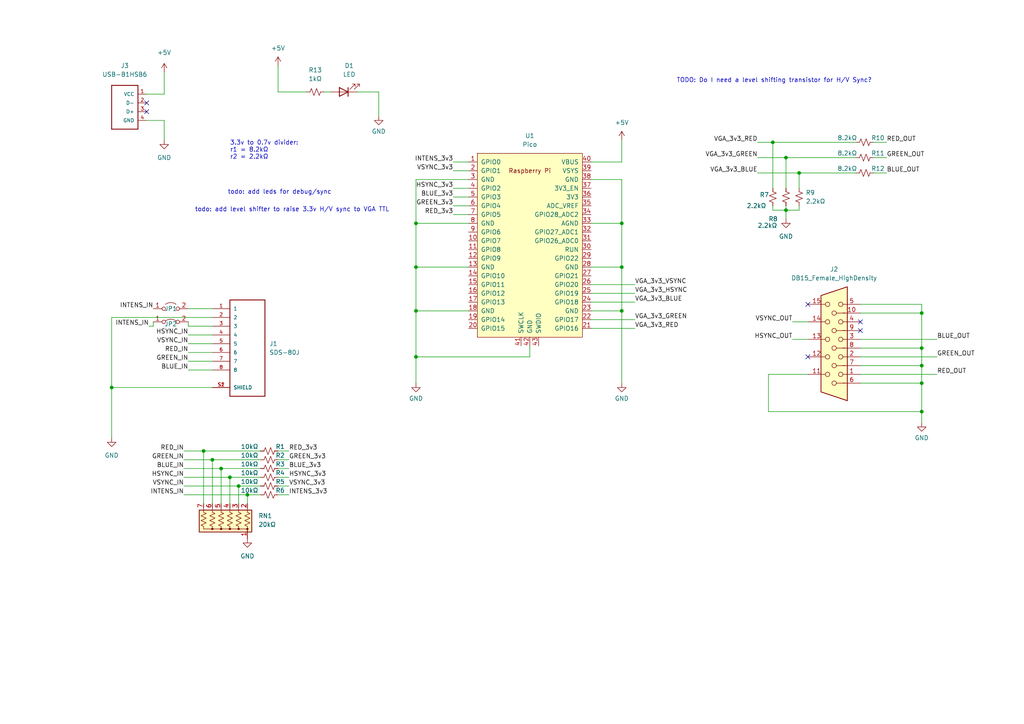
<source format=kicad_sch>
(kicad_sch (version 20211123) (generator eeschema)
  (paper "A4")
  (lib_symbols
    (symbol "Connector:DB15_Female_HighDensity" (pin_names (offset 1.016) hide)
      (property "Reference" "J" (at 0 21.59 0))
      (property "Value" "DB15_Female_HighDensity" (at 0 19.05 0))
      (symbol "DB15_Female_HighDensity_0_1"
        (circle (center -1.905 -10.16) (radius 0.635))
        (circle (center -1.905 -5.08) (radius 0.635))
        (circle (center -1.905 0) (radius 0.635))
        (circle (center -1.905 5.08) (radius 0.635))
        (circle (center -1.905 10.16) (radius 0.635))
        (circle (center 0 -7.62) (radius 0.635))
        (circle (center 0 -2.54) (radius 0.635))
        (polyline (pts (xy -3.175 7.62) (xy -0.635 7.62)))
        (polyline (pts (xy -0.635 -7.62) (xy -3.175 -7.62)))
        (polyline (pts (xy -0.635 -2.54) (xy -3.175 -2.54)))
        (polyline (pts (xy -0.635 2.54) (xy -3.175 2.54)))
        (polyline (pts (xy -0.635 12.7) (xy -3.175 12.7)))
        (polyline (pts (xy -3.81 17.78) (xy -3.81 -15.24) (xy 3.81 -12.7) (xy 3.81 15.24) (xy -3.81 17.78)) (stroke (width 0.254)) (fill (type background)))
        (circle (center 0 2.54) (radius 0.635))
        (circle (center 0 7.62) (radius 0.635))
        (circle (center 0 12.7) (radius 0.635))
        (circle (center 1.905 -10.16) (radius 0.635))
        (circle (center 1.905 -5.08) (radius 0.635))
        (circle (center 1.905 0) (radius 0.635))
        (circle (center 1.905 5.08) (radius 0.635))
        (circle (center 1.905 10.16) (radius 0.635))
      )
      (symbol "DB15_Female_HighDensity_1_1"
        (pin passive line (at -7.62 10.16 0) (length 5.08) (name "~") (number "1"))
        (pin passive line (at -7.62 -7.62 0) (length 5.08) (name "~") (number "10"))
        (pin passive line (at 7.62 10.16 180) (length 5.08) (name "~") (number "11"))
        (pin passive line (at 7.62 5.08 180) (length 5.08) (name "~") (number "12"))
        (pin passive line (at 7.62 0 180) (length 5.08) (name "~") (number "13"))
        (pin passive line (at 7.62 -5.08 180) (length 5.08) (name "~") (number "14"))
        (pin passive line (at 7.62 -10.16 180) (length 5.08) (name "~") (number "15"))
        (pin passive line (at -7.62 5.08 0) (length 5.08) (name "~") (number "2"))
        (pin passive line (at -7.62 0 0) (length 5.08) (name "~") (number "3"))
        (pin passive line (at -7.62 -5.08 0) (length 5.08) (name "~") (number "4"))
        (pin passive line (at -7.62 -10.16 0) (length 5.08) (name "~") (number "5"))
        (pin passive line (at -7.62 12.7 0) (length 5.08) (name "~") (number "6"))
        (pin passive line (at -7.62 7.62 0) (length 5.08) (name "~") (number "7"))
        (pin passive line (at -7.62 2.54 0) (length 5.08) (name "~") (number "8"))
        (pin passive line (at -7.62 -2.54 0) (length 5.08) (name "~") (number "9"))
      )
    )
    (symbol "Device:LED" (pin_numbers hide) (pin_names (offset 1.016) hide)
      (property "Reference" "D" (at 0 2.54 0))
      (property "Value" "LED" (at 0 -2.54 0))
      (symbol "LED_0_1"
        (polyline (pts (xy -1.27 -1.27) (xy -1.27 1.27)) (stroke (width 0.254)))
        (polyline (pts (xy -1.27 0) (xy 1.27 0)))
        (polyline (pts (xy 1.27 -1.27) (xy 1.27 1.27) (xy -1.27 0) (xy 1.27 -1.27)) (stroke (width 0.254)))
        (polyline (pts (xy -3.048 -0.762) (xy -4.572 -2.286) (xy -3.81 -2.286) (xy -4.572 -2.286) (xy -4.572 -1.524)))
        (polyline (pts (xy -1.778 -0.762) (xy -3.302 -2.286) (xy -2.54 -2.286) (xy -3.302 -2.286) (xy -3.302 -1.524)))
      )
      (symbol "LED_1_1"
        (pin passive line (at -3.81 0 0) (length 2.54) (name "K") (number "1"))
        (pin passive line (at 3.81 0 180) (length 2.54) (name "A") (number "2"))
      )
    )
    (symbol "Device:R_Network06_US" (pin_names (offset 0) hide)
      (property "Reference" "RN" (at -10.16 0 90))
      (property "Value" "R_Network06_US" (at 7.62 0 90))
      (symbol "R_Network06_US_0_1"
        (rectangle (start -8.89 -3.175) (end 6.35 3.175) (stroke (width 0.254)) (fill (type background)))
        (circle (center -7.62 2.286) (radius 0.254) (fill (type outline)))
        (circle (center -5.08 2.286) (radius 0.254) (fill (type outline)))
        (circle (center -2.54 2.286) (radius 0.254) (fill (type outline)))
        (polyline (pts (xy -7.62 2.286) (xy 5.08 2.286)))
        (polyline (pts (xy -7.62 2.286) (xy -7.62 1.524) (xy -6.858 1.1684) (xy -8.382 0.508) (xy -6.858 -0.1524) (xy -8.382 -0.8382) (xy -6.858 -1.524) (xy -8.382 -2.1844) (xy -7.62 -2.54) (xy -7.62 -3.81)))
        (polyline (pts (xy -5.08 2.286) (xy -5.08 1.524) (xy -4.318 1.1684) (xy -5.842 0.508) (xy -4.318 -0.1524) (xy -5.842 -0.8382) (xy -4.318 -1.524) (xy -5.842 -2.1844) (xy -5.08 -2.54) (xy -5.08 -3.81)))
        (polyline (pts (xy -2.54 2.286) (xy -2.54 1.524) (xy -1.778 1.1684) (xy -3.302 0.508) (xy -1.778 -0.1524) (xy -3.302 -0.8382) (xy -1.778 -1.524) (xy -3.302 -2.1844) (xy -2.54 -2.54) (xy -2.54 -3.81)))
        (polyline (pts (xy 0 2.286) (xy 0 1.524) (xy 0.762 1.1684) (xy -0.762 0.508) (xy 0.762 -0.1524) (xy -0.762 -0.8382) (xy 0.762 -1.524) (xy -0.762 -2.1844) (xy 0 -2.54) (xy 0 -3.81)))
        (polyline (pts (xy 2.54 2.286) (xy 2.54 1.524) (xy 3.302 1.1684) (xy 1.778 0.508) (xy 3.302 -0.1524) (xy 1.778 -0.8382) (xy 3.302 -1.524) (xy 1.778 -2.1844) (xy 2.54 -2.54) (xy 2.54 -3.81)))
        (polyline (pts (xy 5.08 2.286) (xy 5.08 1.524) (xy 5.842 1.1684) (xy 4.318 0.508) (xy 5.842 -0.1524) (xy 4.318 -0.8382) (xy 5.842 -1.524) (xy 4.318 -2.1844) (xy 5.08 -2.54) (xy 5.08 -3.81)))
        (circle (center 0 2.286) (radius 0.254) (fill (type outline)))
        (circle (center 2.54 2.286) (radius 0.254) (fill (type outline)))
      )
      (symbol "R_Network06_US_1_1"
        (pin passive line (at -7.62 5.08 270) (length 2.54) (name "common") (number "1"))
        (pin passive line (at -7.62 -5.08 90) (length 1.27) (name "R1") (number "2"))
        (pin passive line (at -5.08 -5.08 90) (length 1.27) (name "R2") (number "3"))
        (pin passive line (at -2.54 -5.08 90) (length 1.27) (name "R3") (number "4"))
        (pin passive line (at 0 -5.08 90) (length 1.27) (name "R4") (number "5"))
        (pin passive line (at 2.54 -5.08 90) (length 1.27) (name "R5") (number "6"))
        (pin passive line (at 5.08 -5.08 90) (length 1.27) (name "R6") (number "7"))
      )
    )
    (symbol "Device:R_Small_US" (pin_numbers hide) (pin_names (offset 0.254) hide)
      (property "Reference" "R" (at 0.762 0.508 0))
      (property "Value" "R_Small_US" (at 0.762 -1.016 0))
      (symbol "R_Small_US_1_1"
        (polyline (pts (xy 0 0) (xy 1.016 -0.381) (xy 0 -0.762) (xy -1.016 -1.143) (xy 0 -1.524)))
        (polyline (pts (xy 0 1.524) (xy 1.016 1.143) (xy 0 0.762) (xy -1.016 0.381) (xy 0 0)))
        (pin passive line (at 0 2.54 270) (length 1.016) (name "~") (number "1"))
        (pin passive line (at 0 -2.54 90) (length 1.016) (name "~") (number "2"))
      )
    )
    (symbol "Jumper:Jumper_2_Bridged" (pin_names (offset 0) hide)
      (property "Reference" "JP" (at 0 1.905 0))
      (property "Value" "Jumper_2_Bridged" (at 0 -2.54 0))
      (symbol "Jumper_2_Bridged_0_0"
        (circle (center -2.032 0) (radius 0.508))
        (circle (center 2.032 0) (radius 0.508))
      )
      (symbol "Jumper_2_Bridged_0_1"
        (arc (start 1.524 0.254) (mid 0 0.762) (end -1.524 0.254))
      )
      (symbol "Jumper_2_Bridged_1_1"
        (pin passive line (at -5.08 0 0) (length 2.54) (name "A") (number "1"))
        (pin passive line (at 5.08 0 180) (length 2.54) (name "B") (number "2"))
      )
    )
    (symbol "Jumper:Jumper_2_Open" (pin_names (offset 0) hide)
      (property "Reference" "JP" (at 0 2.794 0))
      (property "Value" "Jumper_2_Open" (at 0 -2.286 0))
      (symbol "Jumper_2_Open_0_0"
        (circle (center -2.032 0) (radius 0.508))
        (circle (center 2.032 0) (radius 0.508))
      )
      (symbol "Jumper_2_Open_0_1"
        (arc (start 1.524 1.27) (mid 0 1.778) (end -1.524 1.27))
      )
      (symbol "Jumper_2_Open_1_1"
        (pin passive line (at -5.08 0 0) (length 2.54) (name "A") (number "1"))
        (pin passive line (at 5.08 0 180) (length 2.54) (name "B") (number "2"))
      )
    )
    (symbol "MCU_RaspberryPi_and_Boards:Pico" (pin_names (offset 1.016))
      (property "Reference" "U" (at -13.97 27.94 0))
      (property "Value" "Pico" (at 0 19.05 0))
      (symbol "Pico_0_0"
        (text "Raspberry Pi" (at 0 21.59 0) (effects (font (size 1.27 1.27))))
      )
      (symbol "Pico_0_1"
        (rectangle (start -15.24 26.67) (end 15.24 -26.67) (fill (type background)))
      )
      (symbol "Pico_1_1"
        (pin bidirectional line (at -17.78 24.13 0) (length 2.54) (name "GPIO0") (number "1"))
        (pin bidirectional line (at -17.78 1.27 0) (length 2.54) (name "GPIO7") (number "10"))
        (pin bidirectional line (at -17.78 -1.27 0) (length 2.54) (name "GPIO8") (number "11"))
        (pin bidirectional line (at -17.78 -3.81 0) (length 2.54) (name "GPIO9") (number "12"))
        (pin power_in line (at -17.78 -6.35 0) (length 2.54) (name "GND") (number "13"))
        (pin bidirectional line (at -17.78 -8.89 0) (length 2.54) (name "GPIO10") (number "14"))
        (pin bidirectional line (at -17.78 -11.43 0) (length 2.54) (name "GPIO11") (number "15"))
        (pin bidirectional line (at -17.78 -13.97 0) (length 2.54) (name "GPIO12") (number "16"))
        (pin bidirectional line (at -17.78 -16.51 0) (length 2.54) (name "GPIO13") (number "17"))
        (pin power_in line (at -17.78 -19.05 0) (length 2.54) (name "GND") (number "18"))
        (pin bidirectional line (at -17.78 -21.59 0) (length 2.54) (name "GPIO14") (number "19"))
        (pin bidirectional line (at -17.78 21.59 0) (length 2.54) (name "GPIO1") (number "2"))
        (pin bidirectional line (at -17.78 -24.13 0) (length 2.54) (name "GPIO15") (number "20"))
        (pin bidirectional line (at 17.78 -24.13 180) (length 2.54) (name "GPIO16") (number "21"))
        (pin bidirectional line (at 17.78 -21.59 180) (length 2.54) (name "GPIO17") (number "22"))
        (pin power_in line (at 17.78 -19.05 180) (length 2.54) (name "GND") (number "23"))
        (pin bidirectional line (at 17.78 -16.51 180) (length 2.54) (name "GPIO18") (number "24"))
        (pin bidirectional line (at 17.78 -13.97 180) (length 2.54) (name "GPIO19") (number "25"))
        (pin bidirectional line (at 17.78 -11.43 180) (length 2.54) (name "GPIO20") (number "26"))
        (pin bidirectional line (at 17.78 -8.89 180) (length 2.54) (name "GPIO21") (number "27"))
        (pin power_in line (at 17.78 -6.35 180) (length 2.54) (name "GND") (number "28"))
        (pin bidirectional line (at 17.78 -3.81 180) (length 2.54) (name "GPIO22") (number "29"))
        (pin power_in line (at -17.78 19.05 0) (length 2.54) (name "GND") (number "3"))
        (pin input line (at 17.78 -1.27 180) (length 2.54) (name "RUN") (number "30"))
        (pin bidirectional line (at 17.78 1.27 180) (length 2.54) (name "GPIO26_ADC0") (number "31"))
        (pin bidirectional line (at 17.78 3.81 180) (length 2.54) (name "GPIO27_ADC1") (number "32"))
        (pin power_in line (at 17.78 6.35 180) (length 2.54) (name "AGND") (number "33"))
        (pin bidirectional line (at 17.78 8.89 180) (length 2.54) (name "GPIO28_ADC2") (number "34"))
        (pin unspecified line (at 17.78 11.43 180) (length 2.54) (name "ADC_VREF") (number "35"))
        (pin power_out line (at 17.78 13.97 180) (length 2.54) (name "3V3") (number "36"))
        (pin input line (at 17.78 16.51 180) (length 2.54) (name "3V3_EN") (number "37"))
        (pin power_in line (at 17.78 19.05 180) (length 2.54) (name "GND") (number "38"))
        (pin power_in line (at 17.78 21.59 180) (length 2.54) (name "VSYS") (number "39"))
        (pin bidirectional line (at -17.78 16.51 0) (length 2.54) (name "GPIO2") (number "4"))
        (pin power_out line (at 17.78 24.13 180) (length 2.54) (name "VBUS") (number "40"))
        (pin input line (at -2.54 -29.21 90) (length 2.54) (name "SWCLK") (number "41"))
        (pin power_in line (at 0 -29.21 90) (length 2.54) (name "GND") (number "42"))
        (pin bidirectional line (at 2.54 -29.21 90) (length 2.54) (name "SWDIO") (number "43"))
        (pin bidirectional line (at -17.78 13.97 0) (length 2.54) (name "GPIO3") (number "5"))
        (pin bidirectional line (at -17.78 11.43 0) (length 2.54) (name "GPIO4") (number "6"))
        (pin bidirectional line (at -17.78 8.89 0) (length 2.54) (name "GPIO5") (number "7"))
        (pin power_in line (at -17.78 6.35 0) (length 2.54) (name "GND") (number "8"))
        (pin bidirectional line (at -17.78 3.81 0) (length 2.54) (name "GPIO6") (number "9"))
      )
    )
    (symbol "SDS-80J:SDS-80J" (pin_names (offset 1.016))
      (property "Reference" "J" (at -5.08 13.335 0))
      (property "Value" "SDS-80J" (at -5.1054 -17.8308 0))
      (symbol "SDS-80J_0_0"
        (polyline (pts (xy -5.08 -15.24) (xy -5.08 12.7)) (stroke (width 0.254)))
        (polyline (pts (xy -5.08 12.7) (xy 5.08 12.7)) (stroke (width 0.254)))
        (polyline (pts (xy 5.08 -15.24) (xy -5.08 -15.24)) (stroke (width 0.254)))
        (polyline (pts (xy 5.08 12.7) (xy 5.08 -15.24)) (stroke (width 0.254)))
        (pin passive line (at -10.16 10.16 0) (length 5.08) (name "1") (number "1"))
        (pin passive line (at -10.16 7.62 0) (length 5.08) (name "2") (number "2"))
        (pin passive line (at -10.16 5.08 0) (length 5.08) (name "3") (number "3"))
        (pin passive line (at -10.16 2.54 0) (length 5.08) (name "4") (number "4"))
        (pin passive line (at -10.16 0 0) (length 5.08) (name "5") (number "5"))
        (pin passive line (at -10.16 -2.54 0) (length 5.08) (name "6") (number "6"))
        (pin passive line (at -10.16 -5.08 0) (length 5.08) (name "7") (number "7"))
        (pin passive line (at -10.16 -7.62 0) (length 5.08) (name "8") (number "8"))
        (pin passive line (at -10.16 -12.7 0) (length 5.08) (name "SHIELD") (number "S1"))
        (pin passive line (at -10.16 -12.7 0) (length 5.08) (name "SHIELD") (number "S2"))
      )
    )
    (symbol "USB-B1HSB6:USB-B1HSB6" (pin_names (offset 1.016))
      (property "Reference" "X" (at 0 5.08 0))
      (property "Value" "USB-B1HSB6" (at 0 -10.16 0))
      (symbol "USB-B1HSB6_0_0"
        (polyline (pts (xy 0 -7.62) (xy 7.62 -7.62)) (stroke (width 0.254)))
        (polyline (pts (xy 0 5.08) (xy 0 -7.62)) (stroke (width 0.254)))
        (polyline (pts (xy 7.62 -7.62) (xy 7.62 5.08)) (stroke (width 0.254)))
        (polyline (pts (xy 7.62 5.08) (xy 0 5.08)) (stroke (width 0.254)))
        (pin power_in line (at -2.54 2.54 0) (length 2.54) (name "VCC") (number "1"))
        (pin bidirectional line (at -2.54 0 0) (length 2.54) (name "D-") (number "2"))
        (pin bidirectional line (at -2.54 -2.54 0) (length 2.54) (name "D+") (number "3"))
        (pin power_in line (at -2.54 -5.08 0) (length 2.54) (name "GND") (number "4"))
      )
    )
    (symbol "power:+5V" (power) (pin_names (offset 0))
      (property "Value" "+5V" (at 0 3.556 0))
      (symbol "+5V_0_1"
        (polyline (pts (xy -0.762 1.27) (xy 0 2.54)))
        (polyline (pts (xy 0 0) (xy 0 2.54)))
        (polyline (pts (xy 0 2.54) (xy 0.762 1.27)))
      )
      (symbol "+5V_1_1"
        (pin power_in line (at 0 0 90) (length 0) hide (name "+5V") (number "1"))
      )
    )
    (symbol "power:GND" (power) (pin_names (offset 0))
      (property "Value" "GND" (at 0 -3.81 0))
      (symbol "GND_0_1"
        (polyline (pts (xy 0 0) (xy 0 -1.27) (xy 1.27 -1.27) (xy 0 -2.54) (xy -1.27 -1.27) (xy 0 -1.27)))
      )
      (symbol "GND_1_1"
        (pin power_in line (at 0 0 270) (length 0) hide (name "GND") (number "1"))
      )
    )
  )
  (junction (at 120.65 77.47))
  (junction (at 231.775 50.165))
  (junction (at 180.34 90.17))
  (junction (at 69.215 140.97))
  (junction (at 71.755 143.51))
  (junction (at 267.335 106.045))
  (junction (at 267.335 111.125))
  (junction (at 180.34 77.47))
  (junction (at 32.385 112.395))
  (junction (at 267.335 100.965))
  (junction (at 120.65 64.77))
  (junction (at 180.34 64.77))
  (junction (at 224.155 41.275))
  (junction (at 59.055 130.81))
  (junction (at 64.135 135.89))
  (junction (at 120.65 103.505))
  (junction (at 120.65 90.17))
  (junction (at 267.335 119.38))
  (junction (at 66.675 138.43))
  (junction (at 227.965 60.96))
  (junction (at 227.965 45.72))
  (junction (at 61.595 133.35))
  (junction (at 267.335 90.805))
  (no_connect (at 42.545 29.845))
  (no_connect (at 42.545 32.385))
  (no_connect (at 234.315 88.265))
  (no_connect (at 249.555 95.885))
  (no_connect (at 249.555 93.345))
  (no_connect (at 234.315 103.505))
  (wire (pts (xy 249.555 103.505) (xy 271.78 103.505)))
  (wire (pts (xy 131.445 54.61) (xy 135.89 54.61)))
  (wire (pts (xy 224.155 59.69) (xy 224.155 60.96)))
  (wire (pts (xy 47.625 27.305) (xy 47.625 20.955)))
  (wire (pts (xy 53.34 138.43) (xy 66.675 138.43)))
  (wire (pts (xy 59.055 130.81) (xy 75.565 130.81)))
  (wire (pts (xy 80.645 133.35) (xy 83.82 133.35)))
  (wire (pts (xy 153.67 103.505) (xy 120.65 103.505)))
  (wire (pts (xy 80.645 140.97) (xy 83.82 140.97)))
  (wire (pts (xy 32.385 112.395) (xy 61.595 112.395)))
  (wire (pts (xy 231.775 50.165) (xy 248.285 50.165)))
  (wire (pts (xy 54.61 89.535) (xy 61.595 89.535)))
  (wire (pts (xy 267.335 100.965) (xy 267.335 90.805)))
  (wire (pts (xy 42.545 27.305) (xy 47.625 27.305)))
  (wire (pts (xy 120.65 90.17) (xy 120.65 77.47)))
  (wire (pts (xy 131.445 59.69) (xy 135.89 59.69)))
  (wire (pts (xy 229.87 98.425) (xy 234.315 98.425)))
  (wire (pts (xy 80.645 130.81) (xy 83.82 130.81)))
  (wire (pts (xy 120.65 77.47) (xy 135.89 77.47)))
  (wire (pts (xy 180.34 90.17) (xy 180.34 77.47)))
  (wire (pts (xy 227.965 45.72) (xy 248.285 45.72)))
  (wire (pts (xy 253.365 41.275) (xy 257.175 41.275)))
  (wire (pts (xy 231.775 50.165) (xy 231.775 54.61)))
  (wire (pts (xy 131.445 46.99) (xy 135.89 46.99)))
  (wire (pts (xy 32.385 112.395) (xy 32.385 127)))
  (wire (pts (xy 109.855 33.655) (xy 109.855 26.67)))
  (wire (pts (xy 61.595 133.35) (xy 61.595 146.05)))
  (wire (pts (xy 171.45 77.47) (xy 180.34 77.47)))
  (wire (pts (xy 93.98 26.67) (xy 95.885 26.67)))
  (wire (pts (xy 180.34 77.47) (xy 180.34 64.77)))
  (wire (pts (xy 47.625 34.925) (xy 47.625 40.64)))
  (wire (pts (xy 227.965 60.96) (xy 231.775 60.96)))
  (wire (pts (xy 249.555 108.585) (xy 271.78 108.585)))
  (wire (pts (xy 180.34 64.77) (xy 180.34 52.07)))
  (wire (pts (xy 267.335 88.265) (xy 249.555 88.265)))
  (wire (pts (xy 120.65 103.505) (xy 120.65 90.17)))
  (wire (pts (xy 54.61 97.155) (xy 61.595 97.155)))
  (wire (pts (xy 120.65 77.47) (xy 120.65 64.77)))
  (wire (pts (xy 80.645 135.89) (xy 83.82 135.89)))
  (wire (pts (xy 54.61 94.615) (xy 61.595 94.615)))
  (wire (pts (xy 219.71 50.165) (xy 231.775 50.165)))
  (wire (pts (xy 69.215 140.97) (xy 69.215 146.05)))
  (wire (pts (xy 120.65 111.125) (xy 120.65 103.505)))
  (wire (pts (xy 80.645 143.51) (xy 83.82 143.51)))
  (wire (pts (xy 66.675 138.43) (xy 66.675 146.05)))
  (wire (pts (xy 61.595 133.35) (xy 75.565 133.35)))
  (wire (pts (xy 109.855 26.67) (xy 103.505 26.67)))
  (wire (pts (xy 219.71 45.72) (xy 227.965 45.72)))
  (wire (pts (xy 120.65 90.17) (xy 135.89 90.17)))
  (wire (pts (xy 171.45 90.17) (xy 180.34 90.17)))
  (wire (pts (xy 249.555 98.425) (xy 271.78 98.425)))
  (wire (pts (xy 80.645 19.05) (xy 80.645 26.67)))
  (wire (pts (xy 180.34 111.125) (xy 180.34 90.17)))
  (wire (pts (xy 267.335 122.555) (xy 267.335 119.38)))
  (wire (pts (xy 171.45 95.25) (xy 184.15 95.25)))
  (wire (pts (xy 222.885 119.38) (xy 267.335 119.38)))
  (wire (pts (xy 120.65 64.77) (xy 120.65 52.07)))
  (wire (pts (xy 249.555 90.805) (xy 267.335 90.805)))
  (wire (pts (xy 64.135 135.89) (xy 64.135 146.05)))
  (wire (pts (xy 80.645 26.67) (xy 88.9 26.67)))
  (wire (pts (xy 267.335 90.805) (xy 267.335 88.265)))
  (wire (pts (xy 224.155 41.275) (xy 248.285 41.275)))
  (wire (pts (xy 180.34 52.07) (xy 171.45 52.07)))
  (wire (pts (xy 54.61 107.315) (xy 61.595 107.315)))
  (wire (pts (xy 32.385 92.075) (xy 32.385 112.395)))
  (wire (pts (xy 171.45 82.55) (xy 184.15 82.55)))
  (wire (pts (xy 80.645 138.43) (xy 83.82 138.43)))
  (wire (pts (xy 171.45 64.77) (xy 180.34 64.77)))
  (wire (pts (xy 267.335 111.125) (xy 267.335 106.045)))
  (wire (pts (xy 231.775 60.96) (xy 231.775 59.69)))
  (wire (pts (xy 222.885 108.585) (xy 222.885 119.38)))
  (wire (pts (xy 131.445 62.23) (xy 135.89 62.23)))
  (wire (pts (xy 229.87 93.345) (xy 234.315 93.345)))
  (wire (pts (xy 180.34 40.64) (xy 180.34 46.99)))
  (wire (pts (xy 249.555 106.045) (xy 267.335 106.045)))
  (wire (pts (xy 53.34 135.89) (xy 64.135 135.89)))
  (wire (pts (xy 131.445 57.15) (xy 135.89 57.15)))
  (wire (pts (xy 54.61 93.345) (xy 54.61 94.615)))
  (wire (pts (xy 69.215 140.97) (xy 75.565 140.97)))
  (wire (pts (xy 53.34 130.81) (xy 59.055 130.81)))
  (wire (pts (xy 219.71 41.275) (xy 224.155 41.275)))
  (wire (pts (xy 120.65 52.07) (xy 135.89 52.07)))
  (wire (pts (xy 53.34 133.35) (xy 61.595 133.35)))
  (wire (pts (xy 249.555 111.125) (xy 267.335 111.125)))
  (wire (pts (xy 64.135 135.89) (xy 75.565 135.89)))
  (wire (pts (xy 224.155 60.96) (xy 227.965 60.96)))
  (wire (pts (xy 59.055 130.81) (xy 59.055 146.05)))
  (wire (pts (xy 66.675 138.43) (xy 75.565 138.43)))
  (wire (pts (xy 249.555 100.965) (xy 267.335 100.965)))
  (wire (pts (xy 153.67 100.33) (xy 153.67 103.505)))
  (wire (pts (xy 171.45 85.09) (xy 184.15 85.09)))
  (wire (pts (xy 171.45 87.63) (xy 184.15 87.63)))
  (wire (pts (xy 54.61 102.235) (xy 61.595 102.235)))
  (wire (pts (xy 43.18 94.615) (xy 44.45 94.615)))
  (wire (pts (xy 71.755 143.51) (xy 75.565 143.51)))
  (wire (pts (xy 234.315 108.585) (xy 222.885 108.585)))
  (wire (pts (xy 53.34 143.51) (xy 71.755 143.51)))
  (wire (pts (xy 131.445 49.53) (xy 135.89 49.53)))
  (wire (pts (xy 171.45 92.71) (xy 184.15 92.71)))
  (wire (pts (xy 54.61 99.695) (xy 61.595 99.695)))
  (wire (pts (xy 253.365 45.72) (xy 257.175 45.72)))
  (wire (pts (xy 120.65 64.77) (xy 135.89 64.77)))
  (wire (pts (xy 61.595 92.075) (xy 32.385 92.075)))
  (wire (pts (xy 42.545 34.925) (xy 47.625 34.925)))
  (wire (pts (xy 253.365 50.165) (xy 257.175 50.165)))
  (wire (pts (xy 227.965 59.69) (xy 227.965 60.96)))
  (wire (pts (xy 224.155 41.275) (xy 224.155 54.61)))
  (wire (pts (xy 227.965 45.72) (xy 227.965 54.61)))
  (wire (pts (xy 71.755 143.51) (xy 71.755 146.05)))
  (wire (pts (xy 53.34 140.97) (xy 69.215 140.97)))
  (wire (pts (xy 180.34 46.99) (xy 171.45 46.99)))
  (wire (pts (xy 227.965 63.5) (xy 227.965 60.96)))
  (wire (pts (xy 44.45 94.615) (xy 44.45 93.345)))
  (wire (pts (xy 267.335 106.045) (xy 267.335 100.965)))
  (wire (pts (xy 267.335 119.38) (xy 267.335 111.125)))
  (wire (pts (xy 54.61 104.775) (xy 61.595 104.775)))
  (text "3.3v to 0.7v divider:\nr1 = 8.2kΩ\nr2 = 2.2kΩ" (at 66.675 46.355 0) (effects (font (size 1.27 1.27)) (justify left bottom)))
  (text "todo: add leds for debug/sync" (at 66.04 56.515 0) (effects (font (size 1.27 1.27)) (justify left bottom)))
  (text "todo: add level shifter to raise 3.3v H/V sync to VGA TTL" (at 56.515 61.595 0) (effects (font (size 1.27 1.27)) (justify left bottom)))
  (text "TODO: Do I need a level shifting transistor for H/V Sync?" (at 196.215 24.13 0) (effects (font (size 1.27 1.27)) (justify left bottom)))
  (label "VGA_3v3_VSYNC" (at 184.15 82.55 0))
  (label "VGA_3v3_RED" (at 219.71 41.275 180))
  (label "BLUE_OUT" (at 271.78 98.425 0))
  (label "GREEN_IN" (at 54.61 104.775 180))
  (label "RED_3v3" (at 83.82 130.81 0))
  (label "VGA_3v3_RED" (at 184.15 95.25 0))
  (label "VGA_3v3_GREEN" (at 184.15 92.71 0))
  (label "BLUE_3v3" (at 131.445 57.15 180))
  (label "RED_3v3" (at 131.445 62.23 180))
  (label "VSYNC_3v3" (at 131.445 49.53 180))
  (label "BLUE_OUT" (at 257.175 50.165 0))
  (label "HSYNC_IN" (at 53.34 138.43 180))
  (label "INTENS_3v3" (at 131.445 46.99 180))
  (label "INTENS_3v3" (at 83.82 143.51 0))
  (label "GREEN_IN" (at 53.34 133.35 180))
  (label "BLUE_IN" (at 54.61 107.315 180))
  (label "VGA_3v3_BLUE" (at 184.15 87.63 0))
  (label "HSYNC_OUT" (at 229.87 98.425 180))
  (label "VSYNC_IN" (at 53.34 140.97 180))
  (label "GREEN_3v3" (at 83.82 133.35 0))
  (label "HSYNC_IN" (at 54.61 97.155 180))
  (label "INTENS_IN" (at 44.45 89.535 180))
  (label "RED_OUT" (at 271.78 108.585 0))
  (label "INTENS_IN" (at 43.18 94.615 180))
  (label "BLUE_3v3" (at 83.82 135.89 0))
  (label "VSYNC_IN" (at 54.61 99.695 180))
  (label "GREEN_OUT" (at 271.78 103.505 0))
  (label "INTENS_IN" (at 53.34 143.51 180))
  (label "VGA_3v3_BLUE" (at 219.71 50.165 180))
  (label "HSYNC_3v3" (at 131.445 54.61 180))
  (label "RED_IN" (at 54.61 102.235 180))
  (label "VSYNC_OUT" (at 229.87 93.345 180))
  (label "RED_IN" (at 53.34 130.81 180))
  (label "VGA_3v3_HSYNC" (at 184.15 85.09 0))
  (label "BLUE_IN" (at 53.34 135.89 180))
  (label "VGA_3v3_GREEN" (at 219.71 45.72 180))
  (label "GREEN_OUT" (at 257.175 45.72 0))
  (label "RED_OUT" (at 257.175 41.275 0))
  (label "HSYNC_3v3" (at 83.82 138.43 0))
  (label "VSYNC_3v3" (at 83.82 140.97 0))
  (label "GREEN_3v3" (at 131.445 59.69 180))
  (symbol (lib_id "Device:R_Small_US") (at 78.105 133.35 270) (unit 1)
    (property "Reference" "R2" (at 81.28 132.08 90))
    (property "Value" "10kΩ" (at 72.39 132.08 90))
    (property "Footprint" "Resistor_SMD:R_0805_2012Metric_Pad1.20x1.40mm_HandSolder" (effects hide))
  )
  (symbol (lib_id "power:GND") (at 32.385 127 0) (unit 1)
    (property "Reference" "#PWR0101" (effects hide))
    (property "Value" "GND" (at 32.385 132.08 0))
  )
  (symbol (lib_id "Device:R_Small_US") (at 250.825 41.275 90) (unit 1)
    (property "Reference" "R10" (at 254.635 40.005 90))
    (property "Value" "8.2kΩ" (at 245.745 40.005 90))
    (property "Footprint" "Resistor_SMD:R_0805_2012Metric_Pad1.20x1.40mm_HandSolder" (effects hide))
  )
  (symbol (lib_id "MCU_RaspberryPi_and_Boards:Pico") (at 153.67 71.12 0) (unit 1)
    (property "Reference" "U1" (at 153.67 39.37 0))
    (property "Value" "Pico" (at 153.67 41.91 0))
    (property "Footprint" "MCU_RaspberryPi_and_Boards:RPi_Pico_SMD_TH" (effects hide))
  )
  (symbol (lib_id "Device:R_Small_US") (at 227.965 57.15 0) (unit 1)
    (property "Reference" "R8" (at 222.885 63.5 0) (effects (justify left)))
    (property "Value" "2.2kΩ" (at 219.71 65.405 0) (effects (justify left)))
    (property "Footprint" "Resistor_SMD:R_0805_2012Metric_Pad1.20x1.40mm_HandSolder" (effects hide))
  )
  (symbol (lib_id "Device:R_Small_US") (at 91.44 26.67 90) (unit 1)
    (property "Reference" "R13" (at 91.44 20.32 90))
    (property "Value" "1kΩ" (at 91.44 22.86 90))
    (property "Footprint" "Resistor_SMD:R_0805_2012Metric_Pad1.20x1.40mm_HandSolder" (effects hide))
  )
  (symbol (lib_id "Device:R_Small_US") (at 250.825 50.165 90) (unit 1)
    (property "Reference" "R12" (at 254.635 48.895 90))
    (property "Value" "8.2kΩ" (at 245.745 48.895 90))
    (property "Footprint" "Resistor_SMD:R_0805_2012Metric_Pad1.20x1.40mm_HandSolder" (effects hide))
  )
  (symbol (lib_id "Jumper:Jumper_2_Bridged") (at 49.53 93.345 0) (unit 1)
    (property "Reference" "JP2" (at 49.53 93.98 0))
    (property "Value" "Jumper_2_Bridged" (effects hide))
    (property "Footprint" "Jumper:SolderJumper-2_P1.3mm_Bridged_RoundedPad1.0x1.5mm" (effects hide))
  )
  (symbol (lib_id "Device:R_Small_US") (at 78.105 138.43 270) (unit 1)
    (property "Reference" "R4" (at 81.28 137.16 90))
    (property "Value" "10kΩ" (at 72.39 137.16 90))
    (property "Footprint" "Resistor_SMD:R_0805_2012Metric_Pad1.20x1.40mm_HandSolder" (effects hide))
  )
  (symbol (lib_id "power:GND") (at 71.755 156.21 0) (unit 1)
    (property "Reference" "#PWR01" (effects hide))
    (property "Value" "GND" (at 71.755 161.29 0))
  )
  (symbol (lib_id "power:GND") (at 180.34 111.125 0) (unit 1)
    (property "Reference" "#PWR0104" (effects hide))
    (property "Value" "GND" (at 180.34 115.57 0))
  )
  (symbol (lib_id "Device:R_Small_US") (at 78.105 130.81 270) (unit 1)
    (property "Reference" "R1" (at 81.28 129.54 90))
    (property "Value" "10kΩ" (at 72.39 129.54 90))
    (property "Footprint" "Resistor_SMD:R_0805_2012Metric_Pad1.20x1.40mm_HandSolder" (effects hide))
  )
  (symbol (lib_id "Device:R_Small_US") (at 78.105 140.97 270) (unit 1)
    (property "Reference" "R5" (at 81.28 139.7 90))
    (property "Value" "10kΩ" (at 72.39 139.7 90))
    (property "Footprint" "Resistor_SMD:R_0805_2012Metric_Pad1.20x1.40mm_HandSolder" (effects hide))
  )
  (symbol (lib_id "Device:R_Small_US") (at 231.775 57.15 0) (unit 1)
    (property "Reference" "R9" (at 233.68 55.8799 0) (effects (justify left)))
    (property "Value" "2.2kΩ" (at 233.68 58.4199 0) (effects (justify left)))
    (property "Footprint" "Resistor_SMD:R_0805_2012Metric_Pad1.20x1.40mm_HandSolder" (effects hide))
  )
  (symbol (lib_id "Device:R_Small_US") (at 224.155 57.15 0) (unit 1)
    (property "Reference" "R7" (at 220.345 56.515 0) (effects (justify left)))
    (property "Value" "2.2kΩ" (at 216.535 59.69 0) (effects (justify left)))
    (property "Footprint" "Resistor_SMD:R_0805_2012Metric_Pad1.20x1.40mm_HandSolder" (effects hide))
  )
  (symbol (lib_id "power:+5V") (at 80.645 19.05 0) (unit 1)
    (property "Reference" "#PWR0109" (effects hide))
    (property "Value" "+5V" (at 80.645 13.97 0))
  )
  (symbol (lib_id "Device:R_Small_US") (at 78.105 143.51 270) (unit 1)
    (property "Reference" "R6" (at 81.28 142.24 90))
    (property "Value" "10kΩ" (at 72.39 142.24 90))
    (property "Footprint" "Resistor_SMD:R_0805_2012Metric_Pad1.20x1.40mm_HandSolder" (effects hide))
  )
  (symbol (lib_id "Device:R_Small_US") (at 250.825 45.72 90) (unit 1)
    (property "Reference" "R11" (at 254.635 44.45 90))
    (property "Value" "8.2kΩ" (at 245.745 44.45 90))
    (property "Footprint" "Resistor_SMD:R_0805_2012Metric_Pad1.20x1.40mm_HandSolder" (effects hide))
  )
  (symbol (lib_id "Device:R_Small_US") (at 78.105 135.89 270) (unit 1)
    (property "Reference" "R3" (at 81.28 134.62 90))
    (property "Value" "10kΩ" (at 72.39 134.62 90))
    (property "Footprint" "Resistor_SMD:R_0805_2012Metric_Pad1.20x1.40mm_HandSolder" (effects hide))
  )
  (symbol (lib_id "power:+5V") (at 47.625 20.955 0) (unit 1)
    (property "Reference" "#PWR0107" (effects hide))
    (property "Value" "+5V" (at 47.625 15.24 0))
  )
  (symbol (lib_id "power:+5V") (at 180.34 40.64 0) (unit 1)
    (property "Reference" "#PWR0105" (effects hide))
    (property "Value" "+5V" (at 180.34 35.56 0))
  )
  (symbol (lib_id "power:GND") (at 109.855 33.655 0) (unit 1)
    (property "Reference" "#PWR0110" (effects hide))
    (property "Value" "GND" (at 109.855 38.1 0))
  )
  (symbol (lib_id "power:GND") (at 227.965 63.5 0) (unit 1)
    (property "Reference" "#PWR0108" (effects hide))
    (property "Value" "GND" (at 227.965 68.58 0))
  )
  (symbol (lib_id "power:GND") (at 120.65 111.125 0) (unit 1)
    (property "Reference" "#PWR0102" (effects hide))
    (property "Value" "GND" (at 120.65 115.57 0))
  )
  (symbol (lib_id "power:GND") (at 267.335 122.555 0) (unit 1)
    (property "Reference" "#PWR0103" (effects hide))
    (property "Value" "GND" (at 267.335 127 0))
  )
  (symbol (lib_id "SDS-80J:SDS-80J") (at 71.755 99.695 0) (unit 1)
    (property "Reference" "J1" (at 78.105 99.6949 0) (effects (justify left)))
    (property "Value" "SDS-80J" (at 78.105 102.2349 0) (effects (justify left)))
    (property "Footprint" "CUI_SDS_80J:CUI_SDS-80J" (effects hide))
    (property "Datasheet" "Manufacturer recommendations" (effects hide))
    (property "Field4" "CUI Inc" (effects hide))
  )
  (symbol (lib_id "power:GND") (at 47.625 40.64 0) (unit 1)
    (property "Reference" "#PWR0106" (effects hide))
    (property "Value" "GND" (at 47.625 45.72 0))
  )
  (symbol (lib_id "Device:R_Network06_US") (at 64.135 151.13 180) (unit 1)
    (property "Reference" "RN1" (at 74.93 149.6059 0) (effects (justify right)))
    (property "Value" "20kΩ" (at 74.93 152.1459 0) (effects (justify right)))
    (property "Footprint" "Resistor_THT:R_Array_SIP7" (effects hide))
    (property "Datasheet" "http://www.vishay.com/docs/31509/csc.pdf" (effects hide))
  )
  (symbol (lib_id "USB-B1HSB6:USB-B1HSB6") (at 40.005 29.845 0) (mirror y) (unit 1)
    (property "Reference" "J3" (at 36.195 19.05 0))
    (property "Value" "USB-B1HSB6" (at 36.195 21.59 0))
    (property "Footprint" "USB-B1HSB6:OST_USB-B1HSB6" (effects hide))
    (property "MANUFACTURER" "ON-SHORE TECHNOLOGY" (effects hide))
    (property "DigiKey" "ED2983-ND\r" (effects hide))
  )
  (symbol (lib_id "Jumper:Jumper_2_Open") (at 49.53 89.535 0) (unit 1)
    (property "Reference" "JP1" (at 49.53 89.535 0))
    (property "Value" "Jumper_2_Open" (effects hide))
    (property "Footprint" "Jumper:SolderJumper-2_P1.3mm_Open_RoundedPad1.0x1.5mm" (effects hide))
  )
  (symbol (lib_id "Device:LED") (at 99.695 26.67 180) (unit 1)
    (property "Reference" "D1" (at 101.2825 19.05 0))
    (property "Value" "LED" (at 101.2825 21.59 0))
    (property "Footprint" "LED_THT:LED_D3.0mm" (effects hide))
  )
  (symbol (lib_id "Connector:DB15_Female_HighDensity") (at 241.935 98.425 180) (unit 1)
    (property "Reference" "J2" (at 241.935 78.105 0))
    (property "Value" "DB15_Female_HighDensity" (at 241.935 80.645 0))
    (property "Footprint" "Connector_TE_AMP_HD15:FIXED-1-1734530-1" (effects hide))
    (property "Datasheet" " ~" (effects hide))
  )
)
</source>
